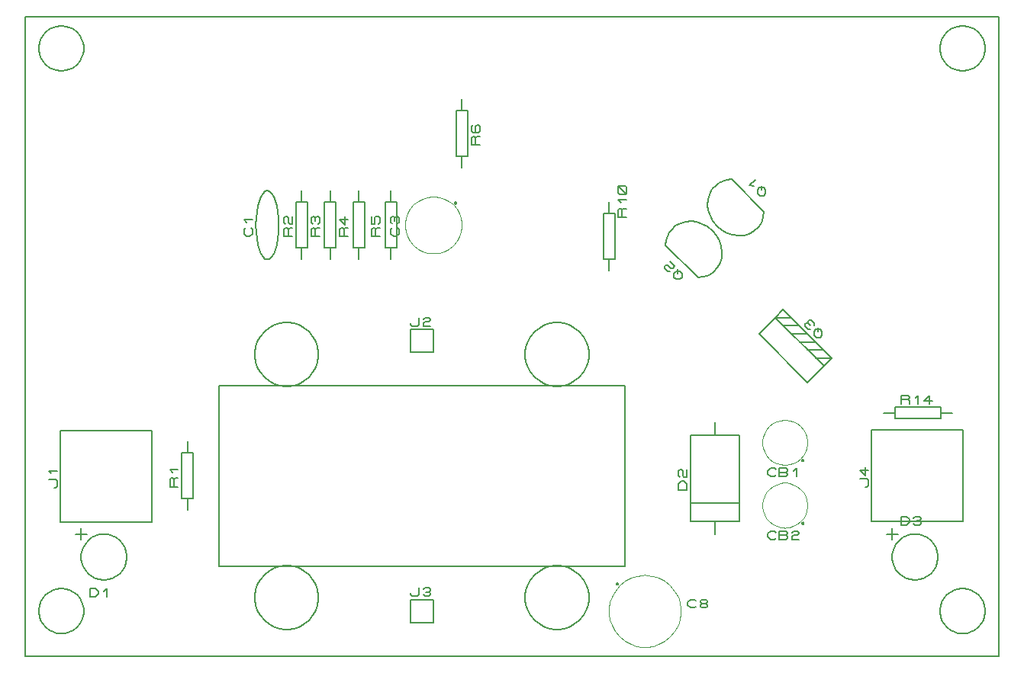
<source format=gbr>
G04 PROTEUS GERBER X2 FILE*
%TF.GenerationSoftware,Labcenter,Proteus,8.6-SP2-Build23525*%
%TF.CreationDate,2018-04-04T03:23:59+00:00*%
%TF.FileFunction,Legend,Top*%
%TF.FilePolarity,Positive*%
%TF.Part,Single*%
%FSLAX45Y45*%
%MOMM*%
G01*
%TA.AperFunction,Material*%
%ADD73C,0.203200*%
%ADD30C,0.120000*%
%ADD31C,0.200000*%
%TA.AperFunction,Profile*%
%ADD17C,0.203200*%
%TD.AperFunction*%
D73*
X-8000Y-1012000D02*
X+1008000Y-1012000D01*
X-8000Y+4000D02*
X+1008000Y+4000D01*
X+1008000Y-1012000D02*
X+1008000Y+4000D01*
X-8000Y-1012000D02*
X-8000Y+4000D01*
X-79120Y-631000D02*
X-63880Y-631000D01*
X-48640Y-615125D01*
X-48640Y-551625D01*
X-63880Y-535750D01*
X-140080Y-535750D01*
X-109600Y-472250D02*
X-140080Y-440500D01*
X-48640Y-440500D01*
X+1750000Y-1500000D02*
X+6250000Y-1500000D01*
X+6250000Y+500000D01*
X+1750000Y+500000D01*
X+1750000Y-1500000D01*
X+3873000Y-2127000D02*
X+4127000Y-2127000D01*
X+4127000Y-1873000D01*
X+3873000Y-1873000D01*
X+3873000Y-2127000D01*
X+3873000Y-1801880D02*
X+3873000Y-1817120D01*
X+3888875Y-1832360D01*
X+3952375Y-1832360D01*
X+3968250Y-1817120D01*
X+3968250Y-1740920D01*
X+4015875Y-1756160D02*
X+4031750Y-1740920D01*
X+4079375Y-1740920D01*
X+4095250Y-1756160D01*
X+4095250Y-1771400D01*
X+4079375Y-1786640D01*
X+4095250Y-1801880D01*
X+4095250Y-1817120D01*
X+4079375Y-1832360D01*
X+4031750Y-1832360D01*
X+4015875Y-1817120D01*
X+4047625Y-1786640D02*
X+4079375Y-1786640D01*
X+3873000Y+873000D02*
X+4127000Y+873000D01*
X+4127000Y+1127000D01*
X+3873000Y+1127000D01*
X+3873000Y+873000D01*
X+3873000Y+1198120D02*
X+3873000Y+1182880D01*
X+3888875Y+1167640D01*
X+3952375Y+1167640D01*
X+3968250Y+1182880D01*
X+3968250Y+1259080D01*
X+4015875Y+1243840D02*
X+4031750Y+1259080D01*
X+4079375Y+1259080D01*
X+4095250Y+1243840D01*
X+4095250Y+1228600D01*
X+4079375Y+1213360D01*
X+4031750Y+1213360D01*
X+4015875Y+1198120D01*
X+4015875Y+1167640D01*
X+4095250Y+1167640D01*
X+7740790Y+1079605D02*
X+8279605Y+540790D01*
X+8459210Y+720395D01*
X+7920395Y+1259210D01*
X+7740790Y+1079605D01*
X+7920395Y+1259210D02*
X+8010197Y+1349013D01*
X+8549013Y+810197D01*
X+8459210Y+720395D01*
X+7920395Y+1259210D02*
X+8100000Y+1259210D01*
X+8010197Y+1169408D02*
X+8189803Y+1169408D01*
X+8100000Y+1079605D02*
X+8279605Y+1079605D01*
X+8189803Y+989803D02*
X+8369408Y+989803D01*
X+8279605Y+900000D02*
X+8459210Y+900000D01*
X+8369408Y+810197D02*
X+8549013Y+810197D01*
X+8419697Y+1040092D02*
X+8375694Y+1040990D01*
X+8353243Y+1063441D01*
X+8352345Y+1107444D01*
X+8373898Y+1128997D01*
X+8417901Y+1128099D01*
X+8440352Y+1105648D01*
X+8441250Y+1061645D01*
X+8419697Y+1040092D01*
X+8396348Y+1106546D02*
X+8395450Y+1150549D01*
X+8307893Y+1130344D02*
X+8285891Y+1130793D01*
X+8252215Y+1164469D01*
X+8251766Y+1186471D01*
X+8262542Y+1197247D01*
X+8284544Y+1196798D01*
X+8284095Y+1218800D01*
X+8294871Y+1229576D01*
X+8316873Y+1229127D01*
X+8350549Y+1195451D01*
X+8350998Y+1173449D01*
X+8306995Y+1174347D02*
X+8284544Y+1196798D01*
X+6980000Y-1000000D02*
X+7520000Y-1000000D01*
X+7520000Y-50000D01*
X+6980000Y-50000D01*
X+6980000Y-1000000D01*
X+6980000Y-800000D02*
X+7520000Y-800000D01*
X+7250000Y-1000000D02*
X+7250000Y-1150000D01*
X+7250000Y-50000D02*
X+7250000Y+100000D01*
X+6939360Y-652000D02*
X+6847920Y-652000D01*
X+6847920Y-588500D01*
X+6878400Y-556750D01*
X+6908880Y-556750D01*
X+6939360Y-588500D01*
X+6939360Y-652000D01*
X+6863160Y-509125D02*
X+6847920Y-493250D01*
X+6847920Y-445625D01*
X+6863160Y-429750D01*
X+6878400Y-429750D01*
X+6893640Y-445625D01*
X+6893640Y-493250D01*
X+6908880Y-509125D01*
X+6939360Y-509125D01*
X+6939360Y-429750D01*
D30*
X+8278000Y-127000D02*
X+8277185Y-106829D01*
X+8270566Y-66486D01*
X+8256753Y-26143D01*
X+8234307Y+14200D01*
X+8200010Y+54418D01*
X+8159667Y+85518D01*
X+8119324Y+105723D01*
X+8078981Y+117747D01*
X+8038638Y+122774D01*
X+8028000Y+123000D01*
X+7778000Y-127000D02*
X+7778815Y-106829D01*
X+7785434Y-66486D01*
X+7799247Y-26143D01*
X+7821693Y+14200D01*
X+7855990Y+54418D01*
X+7896333Y+85518D01*
X+7936676Y+105723D01*
X+7977019Y+117747D01*
X+8017362Y+122774D01*
X+8028000Y+123000D01*
X+7778000Y-127000D02*
X+7778815Y-147171D01*
X+7785434Y-187514D01*
X+7799247Y-227857D01*
X+7821693Y-268200D01*
X+7855990Y-308418D01*
X+7896333Y-339518D01*
X+7936676Y-359723D01*
X+7977019Y-371747D01*
X+8017362Y-376774D01*
X+8028000Y-377000D01*
X+8278000Y-127000D02*
X+8277185Y-147171D01*
X+8270566Y-187514D01*
X+8256753Y-227857D01*
X+8234307Y-268200D01*
X+8200010Y-308418D01*
X+8159667Y-339518D01*
X+8119324Y-359723D01*
X+8078981Y-371747D01*
X+8038638Y-376774D01*
X+8028000Y-377000D01*
D31*
X+8237000Y-326000D02*
X+8236965Y-325169D01*
X+8236684Y-323505D01*
X+8236094Y-321841D01*
X+8235130Y-320177D01*
X+8233655Y-318536D01*
X+8231991Y-317335D01*
X+8230327Y-316570D01*
X+8228663Y-316139D01*
X+8227000Y-316000D01*
X+8217000Y-326000D02*
X+8217035Y-325169D01*
X+8217316Y-323505D01*
X+8217906Y-321841D01*
X+8218870Y-320177D01*
X+8220345Y-318536D01*
X+8222009Y-317335D01*
X+8223673Y-316570D01*
X+8225337Y-316139D01*
X+8227000Y-316000D01*
X+8217000Y-326000D02*
X+8217035Y-326831D01*
X+8217316Y-328495D01*
X+8217906Y-330159D01*
X+8218870Y-331823D01*
X+8220345Y-333464D01*
X+8222009Y-334665D01*
X+8223673Y-335430D01*
X+8225337Y-335861D01*
X+8227000Y-336000D01*
X+8237000Y-326000D02*
X+8236965Y-326831D01*
X+8236684Y-328495D01*
X+8236094Y-330159D01*
X+8235130Y-331823D01*
X+8233655Y-333464D01*
X+8231991Y-334665D01*
X+8230327Y-335430D01*
X+8228663Y-335861D01*
X+8227000Y-336000D01*
D73*
X+7932750Y-489680D02*
X+7916875Y-504920D01*
X+7869250Y-504920D01*
X+7837500Y-474440D01*
X+7837500Y-443960D01*
X+7869250Y-413480D01*
X+7916875Y-413480D01*
X+7932750Y-428720D01*
X+7964500Y-504920D02*
X+7964500Y-413480D01*
X+8043875Y-413480D01*
X+8059750Y-428720D01*
X+8059750Y-443960D01*
X+8043875Y-459200D01*
X+8059750Y-474440D01*
X+8059750Y-489680D01*
X+8043875Y-504920D01*
X+7964500Y-504920D01*
X+7964500Y-459200D02*
X+8043875Y-459200D01*
X+8123250Y-443960D02*
X+8155000Y-413480D01*
X+8155000Y-504920D01*
D30*
X+8278000Y-825500D02*
X+8277185Y-805329D01*
X+8270566Y-764986D01*
X+8256753Y-724643D01*
X+8234307Y-684300D01*
X+8200010Y-644082D01*
X+8159667Y-612982D01*
X+8119324Y-592777D01*
X+8078981Y-580753D01*
X+8038638Y-575726D01*
X+8028000Y-575500D01*
X+7778000Y-825500D02*
X+7778815Y-805329D01*
X+7785434Y-764986D01*
X+7799247Y-724643D01*
X+7821693Y-684300D01*
X+7855990Y-644082D01*
X+7896333Y-612982D01*
X+7936676Y-592777D01*
X+7977019Y-580753D01*
X+8017362Y-575726D01*
X+8028000Y-575500D01*
X+7778000Y-825500D02*
X+7778815Y-845671D01*
X+7785434Y-886014D01*
X+7799247Y-926357D01*
X+7821693Y-966700D01*
X+7855990Y-1006918D01*
X+7896333Y-1038018D01*
X+7936676Y-1058223D01*
X+7977019Y-1070247D01*
X+8017362Y-1075274D01*
X+8028000Y-1075500D01*
X+8278000Y-825500D02*
X+8277185Y-845671D01*
X+8270566Y-886014D01*
X+8256753Y-926357D01*
X+8234307Y-966700D01*
X+8200010Y-1006918D01*
X+8159667Y-1038018D01*
X+8119324Y-1058223D01*
X+8078981Y-1070247D01*
X+8038638Y-1075274D01*
X+8028000Y-1075500D01*
D31*
X+8237000Y-1024500D02*
X+8236965Y-1023669D01*
X+8236684Y-1022005D01*
X+8236094Y-1020341D01*
X+8235130Y-1018677D01*
X+8233655Y-1017036D01*
X+8231991Y-1015835D01*
X+8230327Y-1015070D01*
X+8228663Y-1014639D01*
X+8227000Y-1014500D01*
X+8217000Y-1024500D02*
X+8217035Y-1023669D01*
X+8217316Y-1022005D01*
X+8217906Y-1020341D01*
X+8218870Y-1018677D01*
X+8220345Y-1017036D01*
X+8222009Y-1015835D01*
X+8223673Y-1015070D01*
X+8225337Y-1014639D01*
X+8227000Y-1014500D01*
X+8217000Y-1024500D02*
X+8217035Y-1025331D01*
X+8217316Y-1026995D01*
X+8217906Y-1028659D01*
X+8218870Y-1030323D01*
X+8220345Y-1031964D01*
X+8222009Y-1033165D01*
X+8223673Y-1033930D01*
X+8225337Y-1034361D01*
X+8227000Y-1034500D01*
X+8237000Y-1024500D02*
X+8236965Y-1025331D01*
X+8236684Y-1026995D01*
X+8236094Y-1028659D01*
X+8235130Y-1030323D01*
X+8233655Y-1031964D01*
X+8231991Y-1033165D01*
X+8230327Y-1033930D01*
X+8228663Y-1034361D01*
X+8227000Y-1034500D01*
D73*
X+7932750Y-1188180D02*
X+7916875Y-1203420D01*
X+7869250Y-1203420D01*
X+7837500Y-1172940D01*
X+7837500Y-1142460D01*
X+7869250Y-1111980D01*
X+7916875Y-1111980D01*
X+7932750Y-1127220D01*
X+7964500Y-1203420D02*
X+7964500Y-1111980D01*
X+8043875Y-1111980D01*
X+8059750Y-1127220D01*
X+8059750Y-1142460D01*
X+8043875Y-1157700D01*
X+8059750Y-1172940D01*
X+8059750Y-1188180D01*
X+8043875Y-1203420D01*
X+7964500Y-1203420D01*
X+7964500Y-1157700D02*
X+8043875Y-1157700D01*
X+8107375Y-1127220D02*
X+8123250Y-1111980D01*
X+8170875Y-1111980D01*
X+8186750Y-1127220D01*
X+8186750Y-1142460D01*
X+8170875Y-1157700D01*
X+8123250Y-1157700D01*
X+8107375Y-1172940D01*
X+8107375Y-1203420D01*
X+8186750Y-1203420D01*
X+8992000Y-1004000D02*
X+10008000Y-1004000D01*
X+8992000Y+12000D02*
X+10008000Y+12000D01*
X+10008000Y-1004000D02*
X+10008000Y+12000D01*
X+8992000Y-1004000D02*
X+8992000Y+12000D01*
X+8920880Y-623000D02*
X+8936120Y-623000D01*
X+8951360Y-607125D01*
X+8951360Y-543625D01*
X+8936120Y-527750D01*
X+8859920Y-527750D01*
X+8920880Y-400750D02*
X+8920880Y-496000D01*
X+8859920Y-432500D01*
X+8951360Y-432500D01*
D17*
X-400000Y-2500000D02*
X+10400000Y-2500000D01*
X+10400000Y+4600000D01*
X-400000Y+4600000D01*
X-400000Y-2500000D01*
D73*
X+7796348Y+2437138D02*
X+7437138Y+2796348D01*
X+7733487Y+2266513D02*
X+7757200Y+2296962D01*
X+7775020Y+2334988D01*
X+7787789Y+2381432D01*
X+7796348Y+2437138D01*
X+7733487Y+2266513D02*
X+7685722Y+2222469D01*
X+7631617Y+2191672D01*
X+7572987Y+2173951D01*
X+7511647Y+2169134D01*
X+7449412Y+2177051D01*
X+7388098Y+2197531D01*
X+7329520Y+2230402D01*
X+7275494Y+2275494D01*
X+7266513Y+2733487D02*
X+7296962Y+2757200D01*
X+7334988Y+2775020D01*
X+7381432Y+2787789D01*
X+7437138Y+2796348D01*
X+7266513Y+2733487D02*
X+7222469Y+2685723D01*
X+7191672Y+2631617D01*
X+7173951Y+2572987D01*
X+7169134Y+2511647D01*
X+7177051Y+2449412D01*
X+7197531Y+2388098D01*
X+7230402Y+2329520D01*
X+7275494Y+2275494D01*
X+7793454Y+2613849D02*
X+7749451Y+2614747D01*
X+7727000Y+2637198D01*
X+7726102Y+2681201D01*
X+7747655Y+2702754D01*
X+7791658Y+2701856D01*
X+7814109Y+2679405D01*
X+7815007Y+2635402D01*
X+7793454Y+2613849D01*
X+7770105Y+2680303D02*
X+7769207Y+2724306D01*
X+7681201Y+2726103D02*
X+7637197Y+2727001D01*
X+7701855Y+2791659D01*
X+6703652Y+2062862D02*
X+7062862Y+1703652D01*
X+6766513Y+2233487D02*
X+6742800Y+2203038D01*
X+6724980Y+2165012D01*
X+6712211Y+2118568D01*
X+6703652Y+2062862D01*
X+6766513Y+2233487D02*
X+6814278Y+2277531D01*
X+6868383Y+2308328D01*
X+6927013Y+2326049D01*
X+6988353Y+2330866D01*
X+7050588Y+2322949D01*
X+7111902Y+2302469D01*
X+7170480Y+2269598D01*
X+7224506Y+2224506D01*
X+7233487Y+1766513D02*
X+7203038Y+1742800D01*
X+7165012Y+1724980D01*
X+7118568Y+1712211D01*
X+7062862Y+1703652D01*
X+7233487Y+1766513D02*
X+7277531Y+1814277D01*
X+7308328Y+1868383D01*
X+7326049Y+1927013D01*
X+7330866Y+1988353D01*
X+7322949Y+2050588D01*
X+7302469Y+2111902D01*
X+7269598Y+2170480D01*
X+7224506Y+2224506D01*
X+6864598Y+1684993D02*
X+6820595Y+1685891D01*
X+6798144Y+1708342D01*
X+6797246Y+1752345D01*
X+6818799Y+1773898D01*
X+6862802Y+1773000D01*
X+6885253Y+1750549D01*
X+6886151Y+1706546D01*
X+6864598Y+1684993D01*
X+6841249Y+1751447D02*
X+6840351Y+1795450D01*
X+6752794Y+1775245D02*
X+6730792Y+1775694D01*
X+6697116Y+1809370D01*
X+6696667Y+1831372D01*
X+6707443Y+1842148D01*
X+6729445Y+1841699D01*
X+6763121Y+1808023D01*
X+6785122Y+1807574D01*
X+6806675Y+1829127D01*
X+6750548Y+1885253D01*
X+6078500Y+2546860D02*
X+6078500Y+2419860D01*
X+6015000Y+1911860D02*
X+6142000Y+1911860D01*
X+6142000Y+2419860D01*
X+6015000Y+2419860D01*
X+6015000Y+1911860D01*
X+6078500Y+1911860D02*
X+6078500Y+1784860D01*
X+6269000Y+2376680D02*
X+6177560Y+2376680D01*
X+6177560Y+2456055D01*
X+6192800Y+2471930D01*
X+6208040Y+2471930D01*
X+6223280Y+2456055D01*
X+6223280Y+2376680D01*
X+6223280Y+2456055D02*
X+6238520Y+2471930D01*
X+6269000Y+2471930D01*
X+6208040Y+2535430D02*
X+6177560Y+2567180D01*
X+6269000Y+2567180D01*
X+6253760Y+2630680D02*
X+6192800Y+2630680D01*
X+6177560Y+2646555D01*
X+6177560Y+2710055D01*
X+6192800Y+2725930D01*
X+6253760Y+2725930D01*
X+6269000Y+2710055D01*
X+6269000Y+2646555D01*
X+6253760Y+2630680D01*
X+6269000Y+2630680D02*
X+6177560Y+2725930D01*
D30*
X+4442500Y+2288000D02*
X+4441490Y+2313207D01*
X+4433288Y+2363622D01*
X+4416186Y+2414037D01*
X+4388440Y+2464452D01*
X+4346110Y+2514792D01*
X+4295695Y+2554337D01*
X+4245280Y+2580152D01*
X+4194865Y+2595712D01*
X+4144450Y+2602544D01*
X+4127500Y+2603000D01*
X+3812500Y+2288000D02*
X+3813510Y+2313207D01*
X+3821712Y+2363622D01*
X+3838814Y+2414037D01*
X+3866560Y+2464452D01*
X+3908890Y+2514792D01*
X+3959305Y+2554337D01*
X+4009720Y+2580152D01*
X+4060135Y+2595712D01*
X+4110550Y+2602544D01*
X+4127500Y+2603000D01*
X+3812500Y+2288000D02*
X+3813510Y+2262793D01*
X+3821712Y+2212378D01*
X+3838814Y+2161963D01*
X+3866560Y+2111548D01*
X+3908890Y+2061208D01*
X+3959305Y+2021663D01*
X+4009720Y+1995848D01*
X+4060135Y+1980288D01*
X+4110550Y+1973456D01*
X+4127500Y+1973000D01*
X+4442500Y+2288000D02*
X+4441490Y+2262793D01*
X+4433288Y+2212378D01*
X+4416186Y+2161963D01*
X+4388440Y+2111548D01*
X+4346110Y+2061208D01*
X+4295695Y+2021663D01*
X+4245280Y+1995848D01*
X+4194865Y+1980288D01*
X+4144450Y+1973456D01*
X+4127500Y+1973000D01*
D31*
X+4382500Y+2533000D02*
X+4382465Y+2533831D01*
X+4382184Y+2535495D01*
X+4381594Y+2537159D01*
X+4380630Y+2538823D01*
X+4379155Y+2540464D01*
X+4377491Y+2541665D01*
X+4375827Y+2542430D01*
X+4374163Y+2542861D01*
X+4372500Y+2543000D01*
X+4362500Y+2533000D02*
X+4362535Y+2533831D01*
X+4362816Y+2535495D01*
X+4363406Y+2537159D01*
X+4364370Y+2538823D01*
X+4365845Y+2540464D01*
X+4367509Y+2541665D01*
X+4369173Y+2542430D01*
X+4370837Y+2542861D01*
X+4372500Y+2543000D01*
X+4362500Y+2533000D02*
X+4362535Y+2532169D01*
X+4362816Y+2530505D01*
X+4363406Y+2528841D01*
X+4364370Y+2527177D01*
X+4365845Y+2525536D01*
X+4367509Y+2524335D01*
X+4369173Y+2523570D01*
X+4370837Y+2523139D01*
X+4372500Y+2523000D01*
X+4382500Y+2533000D02*
X+4382465Y+2532169D01*
X+4382184Y+2530505D01*
X+4381594Y+2528841D01*
X+4380630Y+2527177D01*
X+4379155Y+2525536D01*
X+4377491Y+2524335D01*
X+4375827Y+2523570D01*
X+4374163Y+2523139D01*
X+4372500Y+2523000D01*
D73*
X+3729680Y+2256250D02*
X+3744920Y+2240375D01*
X+3744920Y+2192750D01*
X+3714440Y+2161000D01*
X+3683960Y+2161000D01*
X+3653480Y+2192750D01*
X+3653480Y+2240375D01*
X+3668720Y+2256250D01*
X+3668720Y+2303875D02*
X+3653480Y+2319750D01*
X+3653480Y+2367375D01*
X+3668720Y+2383250D01*
X+3683960Y+2383250D01*
X+3699200Y+2367375D01*
X+3714440Y+2383250D01*
X+3729680Y+2383250D01*
X+3744920Y+2367375D01*
X+3744920Y+2319750D01*
X+3729680Y+2303875D01*
X+3699200Y+2335625D02*
X+3699200Y+2367375D01*
X+4445000Y+3683000D02*
X+4445000Y+3556000D01*
X+4381500Y+3048000D02*
X+4508500Y+3048000D01*
X+4508500Y+3556000D01*
X+4381500Y+3556000D01*
X+4381500Y+3048000D01*
X+4445000Y+3048000D02*
X+4445000Y+2921000D01*
X+4640580Y+3175000D02*
X+4549140Y+3175000D01*
X+4549140Y+3254375D01*
X+4564380Y+3270250D01*
X+4579620Y+3270250D01*
X+4594860Y+3254375D01*
X+4594860Y+3175000D01*
X+4594860Y+3254375D02*
X+4610100Y+3270250D01*
X+4640580Y+3270250D01*
X+4564380Y+3397250D02*
X+4549140Y+3381375D01*
X+4549140Y+3333750D01*
X+4564380Y+3317875D01*
X+4625340Y+3317875D01*
X+4640580Y+3333750D01*
X+4640580Y+3381375D01*
X+4625340Y+3397250D01*
X+4610100Y+3397250D01*
X+4594860Y+3381375D01*
X+4594860Y+3317875D01*
X+2667000Y+1905000D02*
X+2667000Y+2032000D01*
X+2603500Y+2032000D02*
X+2730500Y+2032000D01*
X+2730500Y+2540000D01*
X+2603500Y+2540000D01*
X+2603500Y+2032000D01*
X+2667000Y+2540000D02*
X+2667000Y+2667000D01*
X+2562860Y+2159000D02*
X+2471420Y+2159000D01*
X+2471420Y+2238375D01*
X+2486660Y+2254250D01*
X+2501900Y+2254250D01*
X+2517140Y+2238375D01*
X+2517140Y+2159000D01*
X+2517140Y+2238375D02*
X+2532380Y+2254250D01*
X+2562860Y+2254250D01*
X+2486660Y+2301875D02*
X+2471420Y+2317750D01*
X+2471420Y+2365375D01*
X+2486660Y+2381250D01*
X+2501900Y+2381250D01*
X+2517140Y+2365375D01*
X+2517140Y+2317750D01*
X+2532380Y+2301875D01*
X+2562860Y+2301875D01*
X+2562860Y+2381250D01*
X+2286000Y+1905000D02*
X+2260124Y+1912516D01*
X+2236152Y+1934170D01*
X+2214562Y+1968624D01*
X+2195830Y+2014538D01*
X+2180431Y+2070571D01*
X+2168842Y+2135386D01*
X+2161540Y+2207642D01*
X+2159000Y+2286000D01*
X+2286000Y+2667000D02*
X+2260124Y+2659380D01*
X+2236152Y+2637472D01*
X+2214562Y+2602706D01*
X+2195830Y+2556510D01*
X+2180431Y+2500312D01*
X+2168842Y+2435542D01*
X+2161540Y+2363629D01*
X+2159000Y+2286000D01*
X+2286000Y+2667000D02*
X+2311876Y+2659380D01*
X+2335848Y+2637472D01*
X+2357438Y+2602706D01*
X+2376170Y+2556510D01*
X+2391569Y+2500312D01*
X+2403158Y+2435542D01*
X+2410460Y+2363629D01*
X+2413000Y+2286000D01*
X+2286000Y+1905000D02*
X+2311876Y+1912516D01*
X+2335848Y+1934170D01*
X+2357438Y+1968624D01*
X+2376170Y+2014538D01*
X+2391569Y+2070571D01*
X+2403158Y+2135386D01*
X+2410460Y+2207642D01*
X+2413000Y+2286000D01*
X+2103120Y+2254250D02*
X+2118360Y+2238375D01*
X+2118360Y+2190750D01*
X+2087880Y+2159000D01*
X+2057400Y+2159000D01*
X+2026920Y+2190750D01*
X+2026920Y+2238375D01*
X+2042160Y+2254250D01*
X+2057400Y+2317750D02*
X+2026920Y+2349500D01*
X+2118360Y+2349500D01*
X+3656000Y+2667000D02*
X+3656000Y+2540000D01*
X+3592500Y+2032000D02*
X+3719500Y+2032000D01*
X+3719500Y+2540000D01*
X+3592500Y+2540000D01*
X+3592500Y+2032000D01*
X+3656000Y+2032000D02*
X+3656000Y+1905000D01*
X+3534080Y+2159000D02*
X+3442640Y+2159000D01*
X+3442640Y+2238375D01*
X+3457880Y+2254250D01*
X+3473120Y+2254250D01*
X+3488360Y+2238375D01*
X+3488360Y+2159000D01*
X+3488360Y+2238375D02*
X+3503600Y+2254250D01*
X+3534080Y+2254250D01*
X+3442640Y+2381250D02*
X+3442640Y+2301875D01*
X+3473120Y+2301875D01*
X+3473120Y+2365375D01*
X+3488360Y+2381250D01*
X+3518840Y+2381250D01*
X+3534080Y+2365375D01*
X+3534080Y+2317750D01*
X+3518840Y+2301875D01*
X+3302000Y+2667000D02*
X+3302000Y+2540000D01*
X+3238500Y+2032000D02*
X+3365500Y+2032000D01*
X+3365500Y+2540000D01*
X+3238500Y+2540000D01*
X+3238500Y+2032000D01*
X+3302000Y+2032000D02*
X+3302000Y+1905000D01*
X+3180080Y+2159000D02*
X+3088640Y+2159000D01*
X+3088640Y+2238375D01*
X+3103880Y+2254250D01*
X+3119120Y+2254250D01*
X+3134360Y+2238375D01*
X+3134360Y+2159000D01*
X+3134360Y+2238375D02*
X+3149600Y+2254250D01*
X+3180080Y+2254250D01*
X+3149600Y+2381250D02*
X+3149600Y+2286000D01*
X+3088640Y+2349500D01*
X+3180080Y+2349500D01*
X+2984500Y+2667000D02*
X+2984500Y+2540000D01*
X+2921000Y+2032000D02*
X+3048000Y+2032000D01*
X+3048000Y+2540000D01*
X+2921000Y+2540000D01*
X+2921000Y+2032000D01*
X+2984500Y+2032000D02*
X+2984500Y+1905000D01*
X+2862580Y+2159000D02*
X+2771140Y+2159000D01*
X+2771140Y+2238375D01*
X+2786380Y+2254250D01*
X+2801620Y+2254250D01*
X+2816860Y+2238375D01*
X+2816860Y+2159000D01*
X+2816860Y+2238375D02*
X+2832100Y+2254250D01*
X+2862580Y+2254250D01*
X+2786380Y+2301875D02*
X+2771140Y+2317750D01*
X+2771140Y+2365375D01*
X+2786380Y+2381250D01*
X+2801620Y+2381250D01*
X+2816860Y+2365375D01*
X+2832100Y+2381250D01*
X+2847340Y+2381250D01*
X+2862580Y+2365375D01*
X+2862580Y+2317750D01*
X+2847340Y+2301875D01*
X+2816860Y+2333625D02*
X+2816860Y+2365375D01*
D30*
X+6875000Y-2000000D02*
X+6873744Y-1968330D01*
X+6863552Y-1904989D01*
X+6842321Y-1841648D01*
X+6807945Y-1778307D01*
X+6755651Y-1714982D01*
X+6692310Y-1664178D01*
X+6628969Y-1630820D01*
X+6565628Y-1610402D01*
X+6502287Y-1600932D01*
X+6475000Y-1600000D01*
X+6075000Y-2000000D02*
X+6076256Y-1968330D01*
X+6086448Y-1904989D01*
X+6107679Y-1841648D01*
X+6142055Y-1778307D01*
X+6194349Y-1714982D01*
X+6257690Y-1664178D01*
X+6321031Y-1630820D01*
X+6384372Y-1610402D01*
X+6447713Y-1600932D01*
X+6475000Y-1600000D01*
X+6075000Y-2000000D02*
X+6076256Y-2031670D01*
X+6086448Y-2095011D01*
X+6107679Y-2158352D01*
X+6142055Y-2221693D01*
X+6194349Y-2285018D01*
X+6257690Y-2335822D01*
X+6321031Y-2369180D01*
X+6384372Y-2389598D01*
X+6447713Y-2399068D01*
X+6475000Y-2400000D01*
X+6875000Y-2000000D02*
X+6873744Y-2031670D01*
X+6863552Y-2095011D01*
X+6842321Y-2158352D01*
X+6807945Y-2221693D01*
X+6755651Y-2285018D01*
X+6692310Y-2335822D01*
X+6628969Y-2369180D01*
X+6565628Y-2389598D01*
X+6502287Y-2399068D01*
X+6475000Y-2400000D01*
D31*
X+6180000Y-1695000D02*
X+6179965Y-1694169D01*
X+6179684Y-1692505D01*
X+6179094Y-1690841D01*
X+6178130Y-1689177D01*
X+6176655Y-1687536D01*
X+6174991Y-1686335D01*
X+6173327Y-1685570D01*
X+6171663Y-1685139D01*
X+6170000Y-1685000D01*
X+6160000Y-1695000D02*
X+6160035Y-1694169D01*
X+6160316Y-1692505D01*
X+6160906Y-1690841D01*
X+6161870Y-1689177D01*
X+6163345Y-1687536D01*
X+6165009Y-1686335D01*
X+6166673Y-1685570D01*
X+6168337Y-1685139D01*
X+6170000Y-1685000D01*
X+6160000Y-1695000D02*
X+6160035Y-1695831D01*
X+6160316Y-1697495D01*
X+6160906Y-1699159D01*
X+6161870Y-1700823D01*
X+6163345Y-1702464D01*
X+6165009Y-1703665D01*
X+6166673Y-1704430D01*
X+6168337Y-1704861D01*
X+6170000Y-1705000D01*
X+6180000Y-1695000D02*
X+6179965Y-1695831D01*
X+6179684Y-1697495D01*
X+6179094Y-1699159D01*
X+6178130Y-1700823D01*
X+6176655Y-1702464D01*
X+6174991Y-1703665D01*
X+6173327Y-1704430D01*
X+6171663Y-1704861D01*
X+6170000Y-1705000D01*
D73*
X+7043250Y-1948280D02*
X+7027375Y-1963520D01*
X+6979750Y-1963520D01*
X+6948000Y-1933040D01*
X+6948000Y-1902560D01*
X+6979750Y-1872080D01*
X+7027375Y-1872080D01*
X+7043250Y-1887320D01*
X+7106750Y-1917800D02*
X+7090875Y-1902560D01*
X+7090875Y-1887320D01*
X+7106750Y-1872080D01*
X+7154375Y-1872080D01*
X+7170250Y-1887320D01*
X+7170250Y-1902560D01*
X+7154375Y-1917800D01*
X+7106750Y-1917800D01*
X+7090875Y-1933040D01*
X+7090875Y-1948280D01*
X+7106750Y-1963520D01*
X+7154375Y-1963520D01*
X+7170250Y-1948280D01*
X+7170250Y-1933040D01*
X+7154375Y-1917800D01*
X+727000Y-1400000D02*
X+726173Y-1379517D01*
X+719455Y-1338550D01*
X+705437Y-1297583D01*
X+682659Y-1256616D01*
X+647859Y-1215771D01*
X+606892Y-1184155D01*
X+565925Y-1163608D01*
X+524958Y-1151371D01*
X+483991Y-1146238D01*
X+473000Y-1146000D01*
X+219000Y-1400000D02*
X+219827Y-1379517D01*
X+226545Y-1338550D01*
X+240563Y-1297583D01*
X+263341Y-1256616D01*
X+298141Y-1215771D01*
X+339108Y-1184155D01*
X+380075Y-1163608D01*
X+421042Y-1151371D01*
X+462009Y-1146238D01*
X+473000Y-1146000D01*
X+219000Y-1400000D02*
X+219827Y-1420483D01*
X+226545Y-1461450D01*
X+240563Y-1502417D01*
X+263341Y-1543384D01*
X+298141Y-1584229D01*
X+339108Y-1615845D01*
X+380075Y-1636392D01*
X+421042Y-1648629D01*
X+462009Y-1653762D01*
X+473000Y-1654000D01*
X+727000Y-1400000D02*
X+726173Y-1420483D01*
X+719455Y-1461450D01*
X+705437Y-1502417D01*
X+682659Y-1543384D01*
X+647859Y-1584229D01*
X+606892Y-1615845D01*
X+565925Y-1636392D01*
X+524958Y-1648629D01*
X+483991Y-1653762D01*
X+473000Y-1654000D01*
X+155500Y-1146000D02*
X+282500Y-1146000D01*
X+219000Y-1082500D02*
X+219000Y-1209500D01*
X+314250Y-1841860D02*
X+314250Y-1750420D01*
X+377750Y-1750420D01*
X+409500Y-1780900D01*
X+409500Y-1811380D01*
X+377750Y-1841860D01*
X+314250Y-1841860D01*
X+473000Y-1780900D02*
X+504750Y-1750420D01*
X+504750Y-1841860D01*
X+1400000Y-873000D02*
X+1400000Y-746000D01*
X+1336500Y-746000D02*
X+1463500Y-746000D01*
X+1463500Y-238000D01*
X+1336500Y-238000D01*
X+1336500Y-746000D01*
X+1400000Y-238000D02*
X+1400000Y-111000D01*
X+1295860Y-619000D02*
X+1204420Y-619000D01*
X+1204420Y-539625D01*
X+1219660Y-523750D01*
X+1234900Y-523750D01*
X+1250140Y-539625D01*
X+1250140Y-619000D01*
X+1250140Y-539625D02*
X+1265380Y-523750D01*
X+1295860Y-523750D01*
X+1234900Y-460250D02*
X+1204420Y-428500D01*
X+1295860Y-428500D01*
X+9727000Y-1400000D02*
X+9726173Y-1379517D01*
X+9719455Y-1338550D01*
X+9705437Y-1297583D01*
X+9682659Y-1256616D01*
X+9647859Y-1215771D01*
X+9606892Y-1184155D01*
X+9565925Y-1163608D01*
X+9524958Y-1151371D01*
X+9483991Y-1146238D01*
X+9473000Y-1146000D01*
X+9219000Y-1400000D02*
X+9219827Y-1379517D01*
X+9226545Y-1338550D01*
X+9240563Y-1297583D01*
X+9263341Y-1256616D01*
X+9298141Y-1215771D01*
X+9339108Y-1184155D01*
X+9380075Y-1163608D01*
X+9421042Y-1151371D01*
X+9462009Y-1146238D01*
X+9473000Y-1146000D01*
X+9219000Y-1400000D02*
X+9219827Y-1420483D01*
X+9226545Y-1461450D01*
X+9240563Y-1502417D01*
X+9263341Y-1543384D01*
X+9298141Y-1584229D01*
X+9339108Y-1615845D01*
X+9380075Y-1636392D01*
X+9421042Y-1648629D01*
X+9462009Y-1653762D01*
X+9473000Y-1654000D01*
X+9727000Y-1400000D02*
X+9726173Y-1420483D01*
X+9719455Y-1461450D01*
X+9705437Y-1502417D01*
X+9682659Y-1543384D01*
X+9647859Y-1584229D01*
X+9606892Y-1615845D01*
X+9565925Y-1636392D01*
X+9524958Y-1648629D01*
X+9483991Y-1653762D01*
X+9473000Y-1654000D01*
X+9155500Y-1146000D02*
X+9282500Y-1146000D01*
X+9219000Y-1082500D02*
X+9219000Y-1209500D01*
X+9314250Y-1041860D02*
X+9314250Y-950420D01*
X+9377750Y-950420D01*
X+9409500Y-980900D01*
X+9409500Y-1011380D01*
X+9377750Y-1041860D01*
X+9314250Y-1041860D01*
X+9457125Y-965660D02*
X+9473000Y-950420D01*
X+9520625Y-950420D01*
X+9536500Y-965660D01*
X+9536500Y-980900D01*
X+9520625Y-996140D01*
X+9536500Y-1011380D01*
X+9536500Y-1026620D01*
X+9520625Y-1041860D01*
X+9473000Y-1041860D01*
X+9457125Y-1026620D01*
X+9488875Y-996140D02*
X+9520625Y-996140D01*
X+9889000Y+200000D02*
X+9762000Y+200000D01*
X+9254000Y+136500D02*
X+9762000Y+136500D01*
X+9762000Y+263500D01*
X+9254000Y+263500D01*
X+9254000Y+136500D01*
X+9254000Y+200000D02*
X+9127000Y+200000D01*
X+9317500Y+304420D02*
X+9317500Y+395860D01*
X+9396875Y+395860D01*
X+9412750Y+380620D01*
X+9412750Y+365380D01*
X+9396875Y+350140D01*
X+9317500Y+350140D01*
X+9396875Y+350140D02*
X+9412750Y+334900D01*
X+9412750Y+304420D01*
X+9476250Y+365380D02*
X+9508000Y+395860D01*
X+9508000Y+304420D01*
X+9666750Y+334900D02*
X+9571500Y+334900D01*
X+9635000Y+395860D01*
X+9635000Y+304420D01*
D17*
X+250000Y-2000000D02*
X+249185Y-1979829D01*
X+242566Y-1939486D01*
X+228753Y-1899143D01*
X+206307Y-1858800D01*
X+172010Y-1818582D01*
X+131667Y-1787482D01*
X+91324Y-1767277D01*
X+50981Y-1755253D01*
X+10638Y-1750226D01*
X+0Y-1750000D01*
X-250000Y-2000000D02*
X-249185Y-1979829D01*
X-242566Y-1939486D01*
X-228753Y-1899143D01*
X-206307Y-1858800D01*
X-172010Y-1818582D01*
X-131667Y-1787482D01*
X-91324Y-1767277D01*
X-50981Y-1755253D01*
X-10638Y-1750226D01*
X+0Y-1750000D01*
X-250000Y-2000000D02*
X-249185Y-2020171D01*
X-242566Y-2060514D01*
X-228753Y-2100857D01*
X-206307Y-2141200D01*
X-172010Y-2181418D01*
X-131667Y-2212518D01*
X-91324Y-2232723D01*
X-50981Y-2244747D01*
X-10638Y-2249774D01*
X+0Y-2250000D01*
X+250000Y-2000000D02*
X+249185Y-2020171D01*
X+242566Y-2060514D01*
X+228753Y-2100857D01*
X+206307Y-2141200D01*
X+172010Y-2181418D01*
X+131667Y-2212518D01*
X+91324Y-2232723D01*
X+50981Y-2244747D01*
X+10638Y-2249774D01*
X+0Y-2250000D01*
X+10250000Y-2000000D02*
X+10249185Y-1979829D01*
X+10242566Y-1939486D01*
X+10228753Y-1899143D01*
X+10206307Y-1858800D01*
X+10172010Y-1818582D01*
X+10131667Y-1787482D01*
X+10091324Y-1767277D01*
X+10050981Y-1755253D01*
X+10010638Y-1750226D01*
X+10000000Y-1750000D01*
X+9750000Y-2000000D02*
X+9750815Y-1979829D01*
X+9757434Y-1939486D01*
X+9771247Y-1899143D01*
X+9793693Y-1858800D01*
X+9827990Y-1818582D01*
X+9868333Y-1787482D01*
X+9908676Y-1767277D01*
X+9949019Y-1755253D01*
X+9989362Y-1750226D01*
X+10000000Y-1750000D01*
X+9750000Y-2000000D02*
X+9750815Y-2020171D01*
X+9757434Y-2060514D01*
X+9771247Y-2100857D01*
X+9793693Y-2141200D01*
X+9827990Y-2181418D01*
X+9868333Y-2212518D01*
X+9908676Y-2232723D01*
X+9949019Y-2244747D01*
X+9989362Y-2249774D01*
X+10000000Y-2250000D01*
X+10250000Y-2000000D02*
X+10249185Y-2020171D01*
X+10242566Y-2060514D01*
X+10228753Y-2100857D01*
X+10206307Y-2141200D01*
X+10172010Y-2181418D01*
X+10131667Y-2212518D01*
X+10091324Y-2232723D01*
X+10050981Y-2244747D01*
X+10010638Y-2249774D01*
X+10000000Y-2250000D01*
X+10250000Y+4250000D02*
X+10249185Y+4270171D01*
X+10242566Y+4310514D01*
X+10228753Y+4350857D01*
X+10206307Y+4391200D01*
X+10172010Y+4431418D01*
X+10131667Y+4462518D01*
X+10091324Y+4482723D01*
X+10050981Y+4494747D01*
X+10010638Y+4499774D01*
X+10000000Y+4500000D01*
X+9750000Y+4250000D02*
X+9750815Y+4270171D01*
X+9757434Y+4310514D01*
X+9771247Y+4350857D01*
X+9793693Y+4391200D01*
X+9827990Y+4431418D01*
X+9868333Y+4462518D01*
X+9908676Y+4482723D01*
X+9949019Y+4494747D01*
X+9989362Y+4499774D01*
X+10000000Y+4500000D01*
X+9750000Y+4250000D02*
X+9750815Y+4229829D01*
X+9757434Y+4189486D01*
X+9771247Y+4149143D01*
X+9793693Y+4108800D01*
X+9827990Y+4068582D01*
X+9868333Y+4037482D01*
X+9908676Y+4017277D01*
X+9949019Y+4005253D01*
X+9989362Y+4000226D01*
X+10000000Y+4000000D01*
X+10250000Y+4250000D02*
X+10249185Y+4229829D01*
X+10242566Y+4189486D01*
X+10228753Y+4149143D01*
X+10206307Y+4108800D01*
X+10172010Y+4068582D01*
X+10131667Y+4037482D01*
X+10091324Y+4017277D01*
X+10050981Y+4005253D01*
X+10010638Y+4000226D01*
X+10000000Y+4000000D01*
X+250000Y+4250000D02*
X+249185Y+4270171D01*
X+242566Y+4310514D01*
X+228753Y+4350857D01*
X+206307Y+4391200D01*
X+172010Y+4431418D01*
X+131667Y+4462518D01*
X+91324Y+4482723D01*
X+50981Y+4494747D01*
X+10638Y+4499774D01*
X+0Y+4500000D01*
X-250000Y+4250000D02*
X-249185Y+4270171D01*
X-242566Y+4310514D01*
X-228753Y+4350857D01*
X-206307Y+4391200D01*
X-172010Y+4431418D01*
X-131667Y+4462518D01*
X-91324Y+4482723D01*
X-50981Y+4494747D01*
X-10638Y+4499774D01*
X+0Y+4500000D01*
X-250000Y+4250000D02*
X-249185Y+4229829D01*
X-242566Y+4189486D01*
X-228753Y+4149143D01*
X-206307Y+4108800D01*
X-172010Y+4068582D01*
X-131667Y+4037482D01*
X-91324Y+4017277D01*
X-50981Y+4005253D01*
X-10638Y+4000226D01*
X+0Y+4000000D01*
X+250000Y+4250000D02*
X+249185Y+4229829D01*
X+242566Y+4189486D01*
X+228753Y+4149143D01*
X+206307Y+4108800D01*
X+172010Y+4068582D01*
X+131667Y+4037482D01*
X+91324Y+4017277D01*
X+50981Y+4005253D01*
X+10638Y+4000226D01*
X+0Y+4000000D01*
X+2853553Y+850000D02*
X+2852430Y+878155D01*
X+2843315Y+934467D01*
X+2824316Y+990779D01*
X+2793521Y+1047091D01*
X+2746596Y+1103358D01*
X+2690284Y+1147979D01*
X+2633972Y+1177187D01*
X+2577660Y+1194918D01*
X+2521348Y+1202908D01*
X+2500000Y+1203553D01*
X+2146447Y+850000D02*
X+2147570Y+878155D01*
X+2156685Y+934467D01*
X+2175684Y+990779D01*
X+2206479Y+1047091D01*
X+2253404Y+1103358D01*
X+2309716Y+1147979D01*
X+2366028Y+1177187D01*
X+2422340Y+1194918D01*
X+2478652Y+1202908D01*
X+2500000Y+1203553D01*
X+2146447Y+850000D02*
X+2147570Y+821845D01*
X+2156685Y+765533D01*
X+2175684Y+709221D01*
X+2206479Y+652909D01*
X+2253404Y+596642D01*
X+2309716Y+552021D01*
X+2366028Y+522813D01*
X+2422340Y+505082D01*
X+2478652Y+497092D01*
X+2500000Y+496447D01*
X+2853553Y+850000D02*
X+2852430Y+821845D01*
X+2843315Y+765533D01*
X+2824316Y+709221D01*
X+2793521Y+652909D01*
X+2746596Y+596642D01*
X+2690284Y+552021D01*
X+2633972Y+522813D01*
X+2577660Y+505082D01*
X+2521348Y+497092D01*
X+2500000Y+496447D01*
X+2853553Y-1850000D02*
X+2852430Y-1821845D01*
X+2843315Y-1765533D01*
X+2824316Y-1709221D01*
X+2793521Y-1652909D01*
X+2746596Y-1596642D01*
X+2690284Y-1552021D01*
X+2633972Y-1522813D01*
X+2577660Y-1505082D01*
X+2521348Y-1497092D01*
X+2500000Y-1496447D01*
X+2146447Y-1850000D02*
X+2147570Y-1821845D01*
X+2156685Y-1765533D01*
X+2175684Y-1709221D01*
X+2206479Y-1652909D01*
X+2253404Y-1596642D01*
X+2309716Y-1552021D01*
X+2366028Y-1522813D01*
X+2422340Y-1505082D01*
X+2478652Y-1497092D01*
X+2500000Y-1496447D01*
X+2146447Y-1850000D02*
X+2147570Y-1878155D01*
X+2156685Y-1934467D01*
X+2175684Y-1990779D01*
X+2206479Y-2047091D01*
X+2253404Y-2103358D01*
X+2309716Y-2147979D01*
X+2366028Y-2177187D01*
X+2422340Y-2194918D01*
X+2478652Y-2202908D01*
X+2500000Y-2203553D01*
X+2853553Y-1850000D02*
X+2852430Y-1878155D01*
X+2843315Y-1934467D01*
X+2824316Y-1990779D01*
X+2793521Y-2047091D01*
X+2746596Y-2103358D01*
X+2690284Y-2147979D01*
X+2633972Y-2177187D01*
X+2577660Y-2194918D01*
X+2521348Y-2202908D01*
X+2500000Y-2203553D01*
X+5853553Y+850000D02*
X+5852430Y+878155D01*
X+5843315Y+934467D01*
X+5824316Y+990779D01*
X+5793521Y+1047091D01*
X+5746596Y+1103358D01*
X+5690284Y+1147979D01*
X+5633972Y+1177187D01*
X+5577660Y+1194918D01*
X+5521348Y+1202908D01*
X+5500000Y+1203553D01*
X+5146447Y+850000D02*
X+5147570Y+878155D01*
X+5156685Y+934467D01*
X+5175684Y+990779D01*
X+5206479Y+1047091D01*
X+5253404Y+1103358D01*
X+5309716Y+1147979D01*
X+5366028Y+1177187D01*
X+5422340Y+1194918D01*
X+5478652Y+1202908D01*
X+5500000Y+1203553D01*
X+5146447Y+850000D02*
X+5147570Y+821845D01*
X+5156685Y+765533D01*
X+5175684Y+709221D01*
X+5206479Y+652909D01*
X+5253404Y+596642D01*
X+5309716Y+552021D01*
X+5366028Y+522813D01*
X+5422340Y+505082D01*
X+5478652Y+497092D01*
X+5500000Y+496447D01*
X+5853553Y+850000D02*
X+5852430Y+821845D01*
X+5843315Y+765533D01*
X+5824316Y+709221D01*
X+5793521Y+652909D01*
X+5746596Y+596642D01*
X+5690284Y+552021D01*
X+5633972Y+522813D01*
X+5577660Y+505082D01*
X+5521348Y+497092D01*
X+5500000Y+496447D01*
X+5853553Y-1850000D02*
X+5852430Y-1821845D01*
X+5843315Y-1765533D01*
X+5824316Y-1709221D01*
X+5793521Y-1652909D01*
X+5746596Y-1596642D01*
X+5690284Y-1552021D01*
X+5633972Y-1522813D01*
X+5577660Y-1505082D01*
X+5521348Y-1497092D01*
X+5500000Y-1496447D01*
X+5146447Y-1850000D02*
X+5147570Y-1821845D01*
X+5156685Y-1765533D01*
X+5175684Y-1709221D01*
X+5206479Y-1652909D01*
X+5253404Y-1596642D01*
X+5309716Y-1552021D01*
X+5366028Y-1522813D01*
X+5422340Y-1505082D01*
X+5478652Y-1497092D01*
X+5500000Y-1496447D01*
X+5146447Y-1850000D02*
X+5147570Y-1878155D01*
X+5156685Y-1934467D01*
X+5175684Y-1990779D01*
X+5206479Y-2047091D01*
X+5253404Y-2103358D01*
X+5309716Y-2147979D01*
X+5366028Y-2177187D01*
X+5422340Y-2194918D01*
X+5478652Y-2202908D01*
X+5500000Y-2203553D01*
X+5853553Y-1850000D02*
X+5852430Y-1878155D01*
X+5843315Y-1934467D01*
X+5824316Y-1990779D01*
X+5793521Y-2047091D01*
X+5746596Y-2103358D01*
X+5690284Y-2147979D01*
X+5633972Y-2177187D01*
X+5577660Y-2194918D01*
X+5521348Y-2202908D01*
X+5500000Y-2203553D01*
M02*

</source>
